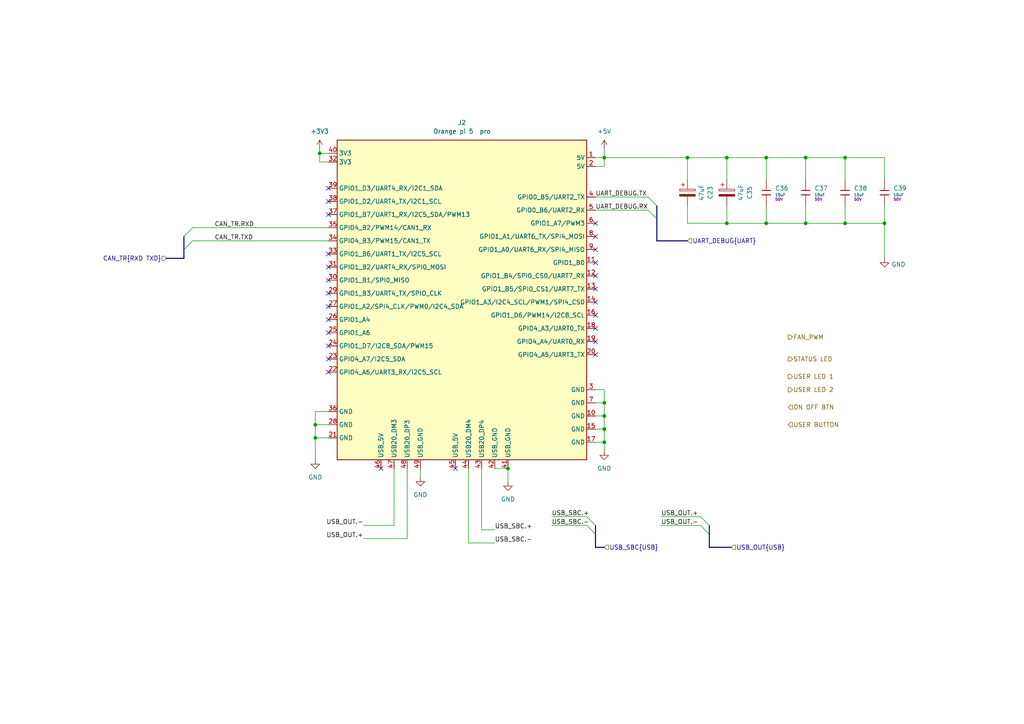
<source format=kicad_sch>
(kicad_sch (version 20231120) (generator "eeschema") (generator_version "8.0")
  (paper "A4")
  (title_block (date "2025-02-10") (rev "A") (company "ModuCard System"))
  (lib_symbols
    (symbol "Device:C_Polarized" (pin_numbers hide) (pin_names (offset 0.254))
      (property "Reference" "C" (at 0.635 2.54 0))
      (property "Value" "C_Polarized" (at 0.635 -2.54 0))
      (symbol "C_Polarized_0_1"
        (rectangle (start -2.286 0.508) (end 2.286 1.016))
        (polyline (pts (xy -1.778 2.286) (xy -0.762 2.286)))
        (polyline (pts (xy -1.27 2.794) (xy -1.27 1.778)))
        (rectangle (start 2.286 -0.508) (end -2.286 -1.016) (fill (type outline)))
      )
      (symbol "C_Polarized_1_1"
        (pin passive line (at 0 3.81 270) (length 2.794) (name "~") (number "1"))
        (pin passive line (at 0 -3.81 90) (length 2.794) (name "~") (number "2"))
      )
    )
    (symbol "PCM_JLCPCB-Capacitors:1206,10uF" (pin_numbers hide) (pin_names (offset 0))
      (property "Reference" "C" (at 2.032 1.668 0))
      (property "Value" "10uF" (at 2.032 -0.3782 0))
      (property "Voltage Rated" "50V" (at 2.032 -2.0462 0))
      (symbol "1206,10uF_0_1"
        (polyline (pts (xy -1.27 -0.635) (xy 1.27 -0.635)) (stroke (width 0.254)))
        (polyline (pts (xy -1.27 0.635) (xy 1.27 0.635)) (stroke (width 0.254)))
      )
      (symbol "1206,10uF_1_1"
        (pin passive line (at 0 3.81 270) (length 3.175) (name "~") (number "1"))
        (pin passive line (at 0 -3.81 90) (length 3.175) (name "~") (number "2"))
      )
    )
    (symbol "parts_local:Orange pi 5 pro"
      (property "Reference" "J3" (at -10.795 53.34 0))
      (property "Value" "Orange pi 5  pro" (at -10.795 50.8 0))
      (symbol "Orange pi 5 pro_0_1"
        (rectangle (start -46.99 48.26) (end 25.4 -44.45) (stroke (width 0.254)) (fill (type background)))
      )
      (symbol "Orange pi 5 pro_1_1"
        (pin power_in line (at 27.94 43.18 180) (length 2.54) (name "5V") (number "1"))
        (pin power_in line (at 27.94 -31.75 180) (length 2.54) (name "GND") (number "10"))
        (pin bidirectional line (at 27.94 12.7 180) (length 2.54) (name "GPIO1_B0") (number "11"))
        (pin bidirectional line (at 27.94 8.89 180) (length 2.54) (name "GPIO1_B4/SPI0_CS0/UART7_RX") (number "12"))
        (pin bidirectional line (at 27.94 5.08 180) (length 2.54) (name "GPIO1_B5/SPI0_CS1/UART7_TX") (number "13"))
        (pin bidirectional line (at 27.94 1.27 180) (length 2.54) (name "GPIO1_A3/I2C4_SCL/PWM1/SPI4_CS0") (number "14"))
        (pin power_in line (at 27.94 -35.56 180) (length 2.54) (name "GND") (number "15"))
        (pin bidirectional line (at 27.94 -2.54 180) (length 2.54) (name "GPIO1_D6/PWM14/I2C8_SCL") (number "16"))
        (pin power_in line (at 27.94 -39.37 180) (length 2.54) (name "GND") (number "17"))
        (pin bidirectional line (at 27.94 -6.35 180) (length 2.54) (name "GPIO4_A3/UART0_TX") (number "18"))
        (pin bidirectional line (at 27.94 -10.16 180) (length 2.54) (name "GPIO4_A4/UART0_RX") (number "19"))
        (pin power_in line (at 27.94 40.64 180) (length 2.54) (name "5V") (number "2"))
        (pin bidirectional line (at 27.94 -13.97 180) (length 2.54) (name "GPIO4_A5/UART3_TX") (number "20"))
        (pin power_in line (at -49.53 -38.1 0) (length 2.54) (name "GND") (number "21"))
        (pin bidirectional line (at -49.53 -19.05 0) (length 2.54) (name "GPIO4_A6/UART3_RX/I2C5_SCL") (number "22"))
        (pin bidirectional line (at -49.53 -15.24 0) (length 2.54) (name "GPIO4_A7/I2C5_SDA") (number "23"))
        (pin bidirectional line (at -49.53 -11.43 0) (length 2.54) (name "GPIO1_D7/I2C8_SDA/PWM15") (number "24"))
        (pin bidirectional line (at -49.53 -7.62 0) (length 2.54) (name "GPIO1_A6") (number "25"))
        (pin bidirectional line (at -49.53 -3.81 0) (length 2.54) (name "GPIO1_A4") (number "26"))
        (pin bidirectional line (at -49.53 0 0) (length 2.54) (name "GPIO1_A2/SPI4_CLK/PWM0/I2C4_SDA") (number "27"))
        (pin power_in line (at -49.53 -34.29 0) (length 2.54) (name "GND") (number "28"))
        (pin bidirectional line (at -49.53 3.81 0) (length 2.54) (name "GPIO1_B3/UART4_TX/SPIO_CLK") (number "29"))
        (pin power_in line (at 27.94 -24.13 180) (length 2.54) (name "GND") (number "3"))
        (pin bidirectional line (at -49.53 7.62 0) (length 2.54) (name "GPIO1_B1/SPI0_MISO") (number "30"))
        (pin bidirectional line (at -49.53 11.43 0) (length 2.54) (name "GPIO1_B2/UART4_RX/SPI0_MOSI") (number "31"))
        (pin power_in line (at -49.53 41.91 0) (length 2.54) (name "3V3") (number "32"))
        (pin bidirectional line (at -49.53 15.24 0) (length 2.54) (name "GPIO1_B6/UART1_TX/I2C5_SCL") (number "33"))
        (pin bidirectional line (at -49.53 19.05 0) (length 2.54) (name "GPIO4_B3/PWM15/CAN1_TX") (number "34"))
        (pin bidirectional line (at -49.53 22.86 0) (length 2.54) (name "GPIO4_B2/PWM14/CAN1_RX") (number "35"))
        (pin power_in line (at -49.53 -30.48 0) (length 2.54) (name "GND") (number "36"))
        (pin bidirectional line (at -49.53 26.67 0) (length 2.54) (name "GPIO1_B7/UART1_RX/I2C5_SDA/PWM13") (number "37"))
        (pin bidirectional line (at -49.53 30.48 0) (length 2.54) (name "GPIO1_D2/UART4_TX/I2C1_SCL") (number "38"))
        (pin bidirectional line (at -49.53 34.29 0) (length 2.54) (name "GPIO1_D3/UART4_RX/I2C1_SDA") (number "39"))
        (pin bidirectional line (at 27.94 31.75 180) (length 2.54) (name "GPIO0_B5/UART2_TX") (number "4"))
        (pin power_in line (at -49.53 44.45 0) (length 2.54) (name "3V3") (number "40"))
        (pin power_out line (at 2.54 -46.99 90) (length 2.54) (name "USB_GND") (number "41"))
        (pin power_out line (at -1.27 -46.99 90) (length 2.54) (name "USB_GND") (number "42"))
        (pin bidirectional line (at -5.08 -46.99 90) (length 2.54) (name "USB20_DP4") (number "43"))
        (pin bidirectional line (at -8.89 -46.99 90) (length 2.54) (name "USB20_DM4") (number "44"))
        (pin power_out line (at -12.7 -46.99 90) (length 2.54) (name "USB_5V") (number "45"))
        (pin power_out line (at -34.29 -46.99 90) (length 2.54) (name "USB_5V") (number "46"))
        (pin bidirectional line (at -30.48 -46.99 90) (length 2.54) (name "USB20_DM3") (number "47"))
        (pin bidirectional line (at -26.67 -46.99 90) (length 2.54) (name "USB20_DP3") (number "48"))
        (pin power_out line (at -22.86 -46.99 90) (length 2.54) (name "USB_GND") (number "49"))
        (pin bidirectional line (at 27.94 27.94 180) (length 2.54) (name "GPIO0_B6/UART2_RX") (number "5"))
        (pin bidirectional line (at 27.94 24.13 180) (length 2.54) (name "GPIO1_A7/PWM3") (number "6"))
        (pin power_in line (at 27.94 -27.94 180) (length 2.54) (name "GND") (number "7"))
        (pin bidirectional line (at 27.94 20.32 180) (length 2.54) (name "GPIO1_A1/UART6_TX/SPI4_MOSI") (number "8"))
        (pin bidirectional line (at 27.94 16.51 180) (length 2.54) (name "GPIO1_A0/UART6_RX/SPI4_MISO") (number "9"))
      )
    )
    (symbol "power:+3V3" (power) (pin_numbers hide) (pin_names (offset 0) hide)
      (property "Value" "+3V3" (at 0 3.556 0))
      (symbol "+3V3_0_1"
        (polyline (pts (xy -0.762 1.27) (xy 0 2.54)))
        (polyline (pts (xy 0 0) (xy 0 2.54)))
        (polyline (pts (xy 0 2.54) (xy 0.762 1.27)))
      )
      (symbol "+3V3_1_1"
        (pin power_in line (at 0 0 90) (length 0) (name "~") (number "1"))
      )
    )
    (symbol "power:+5V" (power) (pin_numbers hide) (pin_names (offset 0) hide)
      (property "Value" "+5V" (at 0 3.556 0))
      (symbol "+5V_0_1"
        (polyline (pts (xy -0.762 1.27) (xy 0 2.54)))
        (polyline (pts (xy 0 0) (xy 0 2.54)))
        (polyline (pts (xy 0 2.54) (xy 0.762 1.27)))
      )
      (symbol "+5V_1_1"
        (pin power_in line (at 0 0 90) (length 0) (name "~") (number "1"))
      )
    )
    (symbol "power:GND" (power) (pin_numbers hide) (pin_names (offset 0) hide)
      (property "Value" "GND" (at 0 -3.81 0))
      (symbol "GND_0_1"
        (polyline (pts (xy 0 0) (xy 0 -1.27) (xy 1.27 -1.27) (xy 0 -2.54) (xy -1.27 -1.27) (xy 0 -1.27)))
      )
      (symbol "GND_1_1"
        (pin power_in line (at 0 0 270) (length 0) (name "~") (number "1"))
      )
    )
  )
  (bus_alias "UART" (members "RX" "TX"))
  (junction (at 175.26 120.65))
  (junction (at 147.32 135.89))
  (junction (at 199.39 45.72))
  (junction (at 175.26 124.46))
  (junction (at 92.71 44.45))
  (junction (at 245.11 64.77))
  (junction (at 233.68 64.77))
  (junction (at 175.26 128.27))
  (junction (at 210.82 45.72))
  (junction (at 91.44 123.19))
  (junction (at 256.54 64.77))
  (junction (at 245.11 45.72))
  (junction (at 210.82 64.77))
  (junction (at 222.25 64.77))
  (junction (at 175.26 116.84))
  (junction (at 175.26 45.72))
  (junction (at 233.68 45.72))
  (junction (at 222.25 45.72))
  (junction (at 91.44 127))
  (no_connect (at 95.25 54.61))
  (no_connect (at 172.72 95.25))
  (no_connect (at 172.72 76.2))
  (no_connect (at 95.25 73.66))
  (no_connect (at 95.25 104.14))
  (no_connect (at 110.49 135.89))
  (no_connect (at 172.72 80.01))
  (no_connect (at 95.25 58.42))
  (no_connect (at 172.72 91.44))
  (no_connect (at 172.72 68.58))
  (no_connect (at 95.25 77.47))
  (no_connect (at 132.08 135.89))
  (no_connect (at 95.25 92.71))
  (no_connect (at 95.25 62.23))
  (no_connect (at 172.72 87.63))
  (no_connect (at 172.72 64.77))
  (no_connect (at 172.72 99.06))
  (no_connect (at 95.25 107.95))
  (no_connect (at 172.72 83.82))
  (no_connect (at 95.25 81.28))
  (no_connect (at 95.25 96.52))
  (no_connect (at 95.25 85.09))
  (no_connect (at 172.72 72.39))
  (no_connect (at 172.72 102.87))
  (no_connect (at 95.25 100.33))
  (no_connect (at 95.25 88.9))
  (bus_entry (at 172.72 152.4) (size -2.54 -2.54))
  (bus_entry (at 172.72 154.94) (size -2.54 -2.54))
  (bus_entry (at 190.5 63.5) (size -2.54 -2.54))
  (bus_entry (at 53.34 68.58) (size 2.54 -2.54))
  (bus_entry (at 205.74 154.94) (size -2.54 -2.54))
  (bus_entry (at 53.34 72.39) (size 2.54 -2.54))
  (bus_entry (at 205.74 152.4) (size -2.54 -2.54))
  (bus_entry (at 190.5 59.69) (size -2.54 -2.54))
  (wire (pts (xy 139.7 153.67) (xy 143.51 153.67)))
  (wire (pts (xy 172.72 124.46) (xy 175.26 124.46)))
  (wire (pts (xy 91.44 123.19) (xy 91.44 119.38)))
  (wire (pts (xy 135.89 157.48) (xy 143.51 157.48)))
  (wire (pts (xy 245.11 45.72) (xy 245.11 52.07)))
  (wire (pts (xy 121.92 135.89) (xy 121.92 138.43)))
  (wire (pts (xy 105.41 156.21) (xy 118.11 156.21)))
  (bus (pts (xy 205.74 152.4) (xy 205.74 154.94)))
  (bus (pts (xy 190.5 59.69) (xy 190.5 63.5)))
  (wire (pts (xy 160.02 149.86) (xy 170.18 149.86)))
  (bus (pts (xy 205.74 154.94) (xy 205.74 158.75)))
  (wire (pts (xy 245.11 59.69) (xy 245.11 64.77)))
  (wire (pts (xy 199.39 59.69) (xy 199.39 64.77)))
  (bus (pts (xy 172.72 154.94) (xy 172.72 158.75)))
  (wire (pts (xy 222.25 45.72) (xy 222.25 52.07)))
  (bus (pts (xy 199.39 69.85) (xy 190.5 69.85)))
  (wire (pts (xy 114.3 152.4) (xy 114.3 135.89)))
  (wire (pts (xy 143.51 135.89) (xy 147.32 135.89)))
  (bus (pts (xy 53.34 74.93) (xy 53.34 72.39)))
  (bus (pts (xy 172.72 158.75) (xy 175.26 158.75)))
  (wire (pts (xy 91.44 119.38) (xy 95.25 119.38)))
  (wire (pts (xy 92.71 46.99) (xy 92.71 44.45)))
  (wire (pts (xy 222.25 64.77) (xy 210.82 64.77)))
  (wire (pts (xy 172.72 45.72) (xy 175.26 45.72)))
  (bus (pts (xy 190.5 63.5) (xy 190.5 69.85)))
  (bus (pts (xy 172.72 152.4) (xy 172.72 154.94)))
  (wire (pts (xy 210.82 59.69) (xy 210.82 64.77)))
  (bus (pts (xy 48.26 74.93) (xy 53.34 74.93)))
  (wire (pts (xy 91.44 127) (xy 91.44 123.19)))
  (wire (pts (xy 175.26 45.72) (xy 175.26 43.18)))
  (wire (pts (xy 91.44 127) (xy 95.25 127)))
  (wire (pts (xy 210.82 45.72) (xy 222.25 45.72)))
  (wire (pts (xy 105.41 152.4) (xy 114.3 152.4)))
  (wire (pts (xy 139.7 135.89) (xy 139.7 153.67)))
  (wire (pts (xy 187.96 57.15) (xy 172.72 57.15)))
  (wire (pts (xy 222.25 45.72) (xy 233.68 45.72)))
  (wire (pts (xy 175.26 120.65) (xy 175.26 116.84)))
  (wire (pts (xy 91.44 133.35) (xy 91.44 127)))
  (wire (pts (xy 175.26 130.81) (xy 175.26 128.27)))
  (wire (pts (xy 210.82 52.07) (xy 210.82 45.72)))
  (wire (pts (xy 175.26 124.46) (xy 175.26 120.65)))
  (wire (pts (xy 172.72 116.84) (xy 175.26 116.84)))
  (wire (pts (xy 233.68 45.72) (xy 245.11 45.72)))
  (wire (pts (xy 55.88 66.04) (xy 95.25 66.04)))
  (wire (pts (xy 170.18 152.4) (xy 160.02 152.4)))
  (wire (pts (xy 175.26 116.84) (xy 175.26 113.03)))
  (wire (pts (xy 199.39 52.07) (xy 199.39 45.72)))
  (wire (pts (xy 91.44 123.19) (xy 95.25 123.19)))
  (wire (pts (xy 222.25 64.77) (xy 233.68 64.77)))
  (wire (pts (xy 95.25 46.99) (xy 92.71 46.99)))
  (bus (pts (xy 53.34 72.39) (xy 53.34 68.58)))
  (wire (pts (xy 175.26 45.72) (xy 199.39 45.72)))
  (wire (pts (xy 233.68 64.77) (xy 245.11 64.77)))
  (wire (pts (xy 172.72 48.26) (xy 175.26 48.26)))
  (wire (pts (xy 172.72 128.27) (xy 175.26 128.27)))
  (wire (pts (xy 135.89 135.89) (xy 135.89 157.48)))
  (wire (pts (xy 92.71 43.18) (xy 92.71 44.45)))
  (wire (pts (xy 175.26 45.72) (xy 175.26 48.26)))
  (wire (pts (xy 256.54 64.77) (xy 256.54 59.69)))
  (wire (pts (xy 187.96 60.96) (xy 172.72 60.96)))
  (wire (pts (xy 256.54 74.93) (xy 256.54 64.77)))
  (wire (pts (xy 172.72 120.65) (xy 175.26 120.65)))
  (wire (pts (xy 191.77 152.4) (xy 203.2 152.4)))
  (wire (pts (xy 92.71 44.45) (xy 95.25 44.45)))
  (wire (pts (xy 118.11 156.21) (xy 118.11 135.89)))
  (wire (pts (xy 245.11 45.72) (xy 256.54 45.72)))
  (wire (pts (xy 256.54 64.77) (xy 245.11 64.77)))
  (wire (pts (xy 147.32 135.89) (xy 147.32 139.7)))
  (wire (pts (xy 55.88 69.85) (xy 95.25 69.85)))
  (wire (pts (xy 191.77 149.86) (xy 203.2 149.86)))
  (wire (pts (xy 175.26 113.03) (xy 172.72 113.03)))
  (wire (pts (xy 199.39 64.77) (xy 210.82 64.77)))
  (wire (pts (xy 199.39 45.72) (xy 210.82 45.72)))
  (wire (pts (xy 256.54 52.07) (xy 256.54 45.72)))
  (wire (pts (xy 175.26 128.27) (xy 175.26 124.46)))
  (wire (pts (xy 233.68 59.69) (xy 233.68 64.77)))
  (wire (pts (xy 233.68 45.72) (xy 233.68 52.07)))
  (wire (pts (xy 222.25 59.69) (xy 222.25 64.77)))
  (bus (pts (xy 212.09 158.75) (xy 205.74 158.75)))
  (label "CAN_TR.TXD" (at 62.23 69.85 0))
  (label "USB_OUT.+" (at 105.41 156.21 180))
  (label "USB_OUT.-" (at 191.77 152.4 0))
  (label "USB_SBC.+" (at 160.02 149.86 0))
  (label "CAN_TR.RXD" (at 62.23 66.04 0))
  (label "USB_OUT.+" (at 191.77 149.86 0))
  (label "USB_SBC.-" (at 160.02 152.4 0))
  (label "USB_OUT.-" (at 105.41 152.4 180))
  (label "UART_DEBUG.TX" (at 172.72 57.15 0))
  (label "UART_DEBUG.RX" (at 172.72 60.96 0))
  (label "USB_SBC.+" (at 143.51 153.67 0))
  (label "USB_SBC.-" (at 143.51 157.48 0))
  (hierarchical_label "STATUS LED" (shape output) (at 228.6 104.14 0))
  (hierarchical_label "FAN_PWM" (shape output) (at 228.6 97.79 0))
  (hierarchical_label "USER LED 1" (shape output) (at 228.6 109.22 0))
  (hierarchical_label "ON OFF BTN" (shape input) (at 228.6 118.11 0))
  (hierarchical_label "USB_SBC{USB}" (shape input) (at 175.26 158.75 0))
  (hierarchical_label "USER LED 2" (shape output) (at 228.6 113.03 0))
  (hierarchical_label "UART_DEBUG{UART}" (shape input) (at 199.39 69.85 0))
  (hierarchical_label "USER BUTTON" (shape input) (at 228.6 123.19 0))
  (hierarchical_label "CAN_TR{RXD TXD}" (shape input) (at 48.26 74.93 180))
  (hierarchical_label "USB_OUT{USB}" (shape input) (at 212.09 158.75 0))
  (symbol (lib_id "power:GND") (at 147.32 139.7 0) (unit 1)
    (property "Reference" "#PWR065" (effects (hide yes)))
    (property "Value" "GND" (at 147.32 144.78 0))
    (property "Description" "Power symbol creates a global label with name \"GND\" , ground" (effects (hide yes)))
  )
  (symbol (lib_id "Device:C_Polarized") (at 210.82 55.88 0) (unit 1)
    (property "Reference" "C35" (at 217.424 55.88 90))
    (property "Value" "47uF" (at 214.884 55.88 90))
    (property "Footprint" "Capacitor_SMD:CP_Elec_6.3x5.4" (effects (hide yes)))
    (property "Description" "Polarized capacitor" (effects (hide yes)))
    (property "LCSC" " C90276" (effects (hide yes)))
    (property "MPN" "VT1V470M0605" (effects (hide yes)))
  )
  (symbol (lib_id "power:GND") (at 256.54 74.93 0) (unit 1)
    (property "Reference" "#PWR057" (effects (hide yes)))
    (property "Value" "GND" (at 260.604 76.708 0))
    (property "Description" "Power symbol creates a global label with name \"GND\" , ground" (effects (hide yes)))
  )
  (symbol (lib_id "power:GND") (at 121.92 138.43 0) (unit 1)
    (property "Reference" "#PWR064" (effects (hide yes)))
    (property "Value" "GND" (at 121.92 143.51 0))
    (property "Description" "Power symbol creates a global label with name \"GND\" , ground" (effects (hide yes)))
  )
  (symbol (lib_id "Device:C_Polarized") (at 199.39 55.88 0) (unit 1)
    (property "Reference" "C23" (at 205.994 55.88 90))
    (property "Value" "47uF" (at 203.454 55.88 90))
    (property "Footprint" "Capacitor_SMD:CP_Elec_6.3x5.4" (effects (hide yes)))
    (property "Description" "Polarized capacitor" (effects (hide yes)))
    (property "LCSC" " C90276" (effects (hide yes)))
    (property "MPN" "VT1V470M0605" (effects (hide yes)))
  )
  (symbol (lib_id "power:+5V") (at 175.26 43.18 0) (unit 1)
    (property "Reference" "#PWR061" (effects (hide yes)))
    (property "Value" "+5V" (at 175.26 38.1 0))
    (property "Description" "Power symbol creates a global label with name \"+5V\"" (effects (hide yes)))
  )
  (symbol (lib_id "power:GND") (at 91.44 133.35 0) (unit 1)
    (property "Reference" "#PWR063" (effects (hide yes)))
    (property "Value" "GND" (at 91.44 138.43 0))
    (property "Description" "Power symbol creates a global label with name \"GND\" , ground" (effects (hide yes)))
  )
  (symbol (lib_id "power:+3V3") (at 92.71 43.18 0) (unit 1)
    (property "Reference" "#PWR060" (effects (hide yes)))
    (property "Value" "+3V3" (at 92.71 38.1 0))
    (property "Description" "Power symbol creates a global label with name \"+3V3\"" (effects (hide yes)))
  )
  (symbol (lib_id "PCM_JLCPCB-Capacitors:1206,10uF") (at 256.54 55.88 0) (unit 1)
    (property "Reference" "C39" (at 259.08 54.61 0) (effects (justify left)))
    (property "Value" "10uF" (at 259.08 56.515 0) (effects (font (size 0.8 0.8)) (justify left)))
    (property "Footprint" "PCM_JLCPCB:C_1206" (effects (hide yes)))
    (property "Datasheet" "https://www.lcsc.com/datasheet/lcsc_datasheet_2304140030_Samsung-Electro-Mechanics-CL31A106KBHNNNE_C13585.pdf" (effects (hide yes)))
    (property "Description" "50V 10uF X5R ±10% 1206 Multilayer Ceramic Capacitors MLCC - SMD/SMT ROHS" (effects (hide yes)))
    (property "LCSC" "C13585" (effects (hide yes)))
    (property "Stock" "4852625" (effects (hide yes)))
    (property "Price" "0.031USD" (effects (hide yes)))
    (property "Process" "SMT" (effects (hide yes)))
    (property "Minimum Qty" "5" (effects (hide yes)))
    (property "Attrition Qty" "4" (effects (hide yes)))
    (property "Class" "Basic Component" (effects (hide yes)))
    (property "Category" "Capacitors,Multilayer Ceramic Capacitors MLCC - SMD/SMT" (effects (hide yes)))
    (property "Manufacturer" "Samsung Electro-Mechanics" (effects (hide yes)))
    (property "Part" "CL31A106KBHNNNE" (effects (hide yes)))
    (property "Voltage Rated" "50V" (at 259.08 57.785 0) (effects (font (size 0.8 0.8)) (justify left)))
    (property "Tolerance" "±10%" (effects (hide yes)))
    (property "Capacitance" "10uF" (effects (hide yes)))
    (property "Temperature Coefficient" "X5R" (effects (hide yes)))
  )
  (symbol (lib_id "PCM_JLCPCB-Capacitors:1206,10uF") (at 233.68 55.88 0) (unit 1)
    (property "Reference" "C37" (at 236.22 54.61 0) (effects (justify left)))
    (property "Value" "10uF" (at 236.22 56.515 0) (effects (font (size 0.8 0.8)) (justify left)))
    (property "Footprint" "PCM_JLCPCB:C_1206" (effects (hide yes)))
    (property "Datasheet" "https://www.lcsc.com/datasheet/lcsc_datasheet_2304140030_Samsung-Electro-Mechanics-CL31A106KBHNNNE_C13585.pdf" (effects (hide yes)))
    (property "Description" "50V 10uF X5R ±10% 1206 Multilayer Ceramic Capacitors MLCC - SMD/SMT ROHS" (effects (hide yes)))
    (property "LCSC" "C13585" (effects (hide yes)))
    (property "Stock" "4852625" (effects (hide yes)))
    (property "Price" "0.031USD" (effects (hide yes)))
    (property "Process" "SMT" (effects (hide yes)))
    (property "Minimum Qty" "5" (effects (hide yes)))
    (property "Attrition Qty" "4" (effects (hide yes)))
    (property "Class" "Basic Component" (effects (hide yes)))
    (property "Category" "Capacitors,Multilayer Ceramic Capacitors MLCC - SMD/SMT" (effects (hide yes)))
    (property "Manufacturer" "Samsung Electro-Mechanics" (effects (hide yes)))
    (property "Part" "CL31A106KBHNNNE" (effects (hide yes)))
    (property "Voltage Rated" "50V" (at 236.22 57.785 0) (effects (font (size 0.8 0.8)) (justify left)))
    (property "Tolerance" "±10%" (effects (hide yes)))
    (property "Capacitance" "10uF" (effects (hide yes)))
    (property "Temperature Coefficient" "X5R" (effects (hide yes)))
  )
  (symbol (lib_id "PCM_JLCPCB-Capacitors:1206,10uF") (at 222.25 55.88 0) (unit 1)
    (property "Reference" "C36" (at 224.79 54.61 0) (effects (justify left)))
    (property "Value" "10uF" (at 224.79 56.515 0) (effects (font (size 0.8 0.8)) (justify left)))
    (property "Footprint" "PCM_JLCPCB:C_1206" (effects (hide yes)))
    (property "Datasheet" "https://www.lcsc.com/datasheet/lcsc_datasheet_2304140030_Samsung-Electro-Mechanics-CL31A106KBHNNNE_C13585.pdf" (effects (hide yes)))
    (property "Description" "50V 10uF X5R ±10% 1206 Multilayer Ceramic Capacitors MLCC - SMD/SMT ROHS" (effects (hide yes)))
    (property "LCSC" "C13585" (effects (hide yes)))
    (property "Stock" "4852625" (effects (hide yes)))
    (property "Price" "0.031USD" (effects (hide yes)))
    (property "Process" "SMT" (effects (hide yes)))
    (property "Minimum Qty" "5" (effects (hide yes)))
    (property "Attrition Qty" "4" (effects (hide yes)))
    (property "Class" "Basic Component" (effects (hide yes)))
    (property "Category" "Capacitors,Multilayer Ceramic Capacitors MLCC - SMD/SMT" (effects (hide yes)))
    (property "Manufacturer" "Samsung Electro-Mechanics" (effects (hide yes)))
    (property "Part" "CL31A106KBHNNNE" (effects (hide yes)))
    (property "Voltage Rated" "50V" (at 224.79 57.785 0) (effects (font (size 0.8 0.8)) (justify left)))
    (property "Tolerance" "±10%" (effects (hide yes)))
    (property "Capacitance" "10uF" (effects (hide yes)))
    (property "Temperature Coefficient" "X5R" (effects (hide yes)))
  )
  (symbol (lib_id "PCM_JLCPCB-Capacitors:1206,10uF") (at 245.11 55.88 0) (unit 1)
    (property "Reference" "C38" (at 247.65 54.61 0) (effects (justify left)))
    (property "Value" "10uF" (at 247.65 56.515 0) (effects (font (size 0.8 0.8)) (justify left)))
    (property "Footprint" "PCM_JLCPCB:C_1206" (effects (hide yes)))
    (property "Datasheet" "https://www.lcsc.com/datasheet/lcsc_datasheet_2304140030_Samsung-Electro-Mechanics-CL31A106KBHNNNE_C13585.pdf" (effects (hide yes)))
    (property "Description" "50V 10uF X5R ±10% 1206 Multilayer Ceramic Capacitors MLCC - SMD/SMT ROHS" (effects (hide yes)))
    (property "LCSC" "C13585" (effects (hide yes)))
    (property "Stock" "4852625" (effects (hide yes)))
    (property "Price" "0.031USD" (effects (hide yes)))
    (property "Process" "SMT" (effects (hide yes)))
    (property "Minimum Qty" "5" (effects (hide yes)))
    (property "Attrition Qty" "4" (effects (hide yes)))
    (property "Class" "Basic Component" (effects (hide yes)))
    (property "Category" "Capacitors,Multilayer Ceramic Capacitors MLCC - SMD/SMT" (effects (hide yes)))
    (property "Manufacturer" "Samsung Electro-Mechanics" (effects (hide yes)))
    (property "Part" "CL31A106KBHNNNE" (effects (hide yes)))
    (property "Voltage Rated" "50V" (at 247.65 57.785 0) (effects (font (size 0.8 0.8)) (justify left)))
    (property "Tolerance" "±10%" (effects (hide yes)))
    (property "Capacitance" "10uF" (effects (hide yes)))
    (property "Temperature Coefficient" "X5R" (effects (hide yes)))
  )
  (symbol (lib_id "parts_local:Orange pi 5 pro") (at 144.78 88.9 0) (unit 1)
    (property "Reference" "J2" (at 133.985 35.56 0))
    (property "Value" "Orange pi 5  pro" (at 133.985 38.1 0))
    (property "Footprint" "OrangePi Pro 5:Orange Pi 5 pro" (effects (hide yes)))
  )
  (symbol (lib_id "power:GND") (at 175.26 130.81 0) (unit 1)
    (property "Reference" "#PWR062" (effects (hide yes)))
    (property "Value" "GND" (at 175.26 135.89 0))
    (property "Description" "Power symbol creates a global label with name \"GND\" , ground" (effects (hide yes)))
  )
)
</source>
